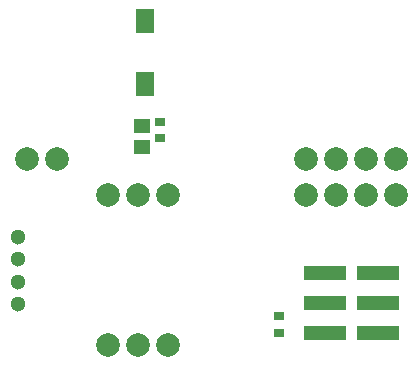
<source format=gbr>
G04 Layer_Color=255*
%FSLAX45Y45*%
%MOMM*%
%TF.FileFunction,Pads,Top*%
%TF.Part,Single*%
G01*
G75*
%TA.AperFunction,SMDPad,CuDef*%
%ADD10R,3.68000X1.27000*%
%ADD11R,0.90000X0.70000*%
%ADD12R,1.60000X2.00000*%
%ADD13R,1.40000X1.20000*%
%ADD14R,0.90000X0.80000*%
%TA.AperFunction,ComponentPad*%
%ADD17C,2.00000*%
%ADD18C,1.30000*%
D10*
X114300Y0D02*
D03*
Y-254000D02*
D03*
Y-508000D02*
D03*
X558800D02*
D03*
Y-254000D02*
D03*
Y0D02*
D03*
D11*
X-279400Y-356799D02*
D03*
Y-506801D02*
D03*
D12*
X-1413998Y1600200D02*
D03*
Y2140199D02*
D03*
D13*
X-1436096Y1072500D02*
D03*
Y1252499D02*
D03*
D14*
X-1283696Y1283305D02*
D03*
Y1143300D02*
D03*
D17*
X-2159000Y965200D02*
D03*
X-2413000D02*
D03*
X-1727200Y-609600D02*
D03*
X-1473200D02*
D03*
X-1219200D02*
D03*
Y660400D02*
D03*
X-1473200D02*
D03*
X-1727200D02*
D03*
X-50800Y965200D02*
D03*
X203200D02*
D03*
X457200D02*
D03*
X711200D02*
D03*
X-50800Y660400D02*
D03*
X203200D02*
D03*
X457200D02*
D03*
X711200D02*
D03*
D18*
X-2489200Y-260101D02*
D03*
Y-69601D02*
D03*
Y120899D02*
D03*
Y311399D02*
D03*
%TF.MD5,e6da40ff7d3d3e61174b605d79ef642f*%
M02*

</source>
